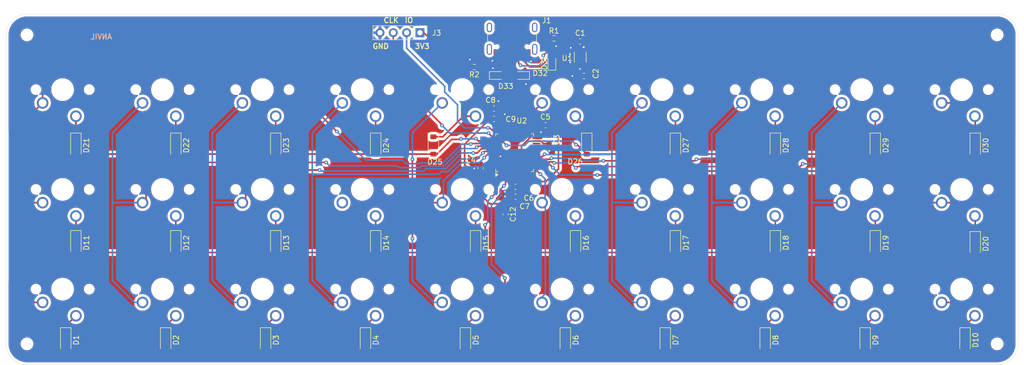
<source format=kicad_pcb>
(kicad_pcb (version 20240108) (generator "pcbnew") (generator_version "8.0")
  (title_block (title "Keyboard based on STM32L0xx") (date "2024-05-06") (rev "0.1") (company "https://github.com/Challmymind"))
  (layers (0 "F.Cu" signal) (31 "B.Cu" power) (34 "B.Paste" user) (35 "F.Paste" user) (36 "B.SilkS" user "B.Silkscreen") (37 "F.SilkS" user "F.Silkscreen") (38 "B.Mask" user) (39 "F.Mask" user) (44 "Edge.Cuts" user))
  (net 0 "")
  (net 1 "+5V")
  (net 2 "GND")
  (net 3 "+3.3V")
  (net 4 "/mcu/NRST")
  (net 5 "/matrix/ROW0")
  (net 6 "/matrix/ROW1")
  (net 7 "/matrix/ROW2")
  (net 8 "Net-(J1-CC1)")
  (net 10 "/mcu/USB_D+")
  (net 11 "/mcu/USB_D-")
  (net 13 "Net-(J1-CC2)")
  (net 14 "/mcu/SWDIO")
  (net 15 "/mcu/SWCLK")
  (net 16 "/matrix/COL0")
  (net 17 "/matrix/COL1")
  (net 18 "/matrix/COL2")
  (net 19 "/matrix/COL3")
  (net 20 "/matrix/COL4")
  (net 32 "/matrix/COL5")
  (net 33 "/matrix/COL6")
  (net 34 "/matrix/COL7")
  (net 35 "/matrix/COL8")
  (net 36 "/matrix/COL9")
  (net 51 "Net-(D1-K)")
  (net 52 "Net-(D2-K)")
  (net 53 "Net-(D3-K)")
  (net 54 "Net-(D4-K)")
  (net 55 "Net-(D5-K)")
  (net 56 "Net-(D6-K)")
  (net 57 "Net-(D7-K)")
  (net 58 "Net-(D8-K)")
  (net 59 "Net-(D9-K)")
  (net 60 "Net-(D10-K)")
  (net 61 "Net-(D11-K)")
  (net 62 "Net-(D12-K)")
  (net 63 "Net-(D13-K)")
  (net 64 "Net-(D14-K)")
  (net 65 "Net-(D15-K)")
  (net 66 "Net-(D16-K)")
  (net 67 "Net-(D17-K)")
  (net 68 "Net-(D18-K)")
  (net 69 "Net-(D19-K)")
  (net 70 "Net-(D20-K)")
  (net 71 "Net-(D21-K)")
  (net 72 "Net-(D22-K)")
  (net 73 "Net-(D23-K)")
  (net 74 "Net-(D24-K)")
  (net 75 "Net-(D25-K)")
  (net 76 "Net-(D26-K)")
  (net 77 "Net-(D27-K)")
  (net 78 "Net-(D28-K)")
  (net 79 "Net-(D29-K)")
  (net 80 "Net-(D30-K)")
  (footprint "Diode_SMD:D_SOD-123" (layer "F.Cu") (at 127.197225 106.5 -90)
    (property "Reference" "D4")
    (property "Value" "D")
  )
  (footprint "Diode_SMD:D_SOD-123" (layer "F.Cu") (at 224.41944 87.93 -90)
    (property "Reference" "D19")
    (property "Value" "D")
  )
  (footprint "Diode_SMD:D_SOD-123" (layer "F.Cu") (at 91.030555 87.93 -90)
    (property "Reference" "D12")
    (property "Value" "D")
  )
  (footprint "MountingHole:MountingHole_2.1mm" (layer "F.Cu") (at 62.65 48.22)
    (property "Reference" "H1" (hide yes))
    (property "Value" "MountingHole")
  )
  (footprint "Diode_SMD:D_SOD-123" (layer "F.Cu") (at 165.308335 106.5 -90)
    (property "Reference" "D6")
    (property "Value" "D")
  )
  (footprint "Capacitor_SMD:C_0603_1608Metric" (layer "F.Cu") (at 155.8175 77.22 180)
    (property "Reference" "C6")
    (property "Value" "100n")
  )
  (footprint "Diode_SMD:D_SOD-123" (layer "F.Cu") (at 129.141665 69.33 -90)
    (property "Reference" "D24")
    (property "Value" "D")
  )
  (footprint "Diode_SMD:D_SOD-123" (layer "F.Cu") (at 71.975 69.33 -90)
    (property "Reference" "D21")
    (property "Value" "D")
  )
  (footprint "Diode_SMD:D_SOD-123" (layer "F.Cu") (at 224.41944 69.33 -90)
    (property "Reference" "D29")
    (property "Value" "D")
  )
  (footprint "Connector_PinHeader_2.54mm:PinHeader_1x04_P2.54mm_Vertical" (layer "F.Cu") (at 137.5825 47.8 -90)
    (property "Reference" "J3")
    (property "Value" "Conn_01x04_Pin")
  )
  (footprint "Diode_SMD:D_SOD-123" (layer "F.Cu") (at 110.08611 87.93 -90)
    (property "Reference" "D13")
    (property "Value" "D")
  )
  (footprint "Capacitor_SMD:C_0603_1608Metric" (layer "F.Cu") (at 151.7 62.27)
    (property "Reference" "C8")
    (property "Value" "100n")
  )
  (footprint "Diode_SMD:D_SOD-123" (layer "F.Cu") (at 186.30833 87.93 -90)
    (property "Reference" "D17")
    (property "Value" "D")
  )
  (footprint "MountingHole:MountingHole_2.1mm" (layer "F.Cu") (at 247.65 48.22)
    (property "Reference" "H2" (hide yes))
    (property "Value" "MountingHole")
  )
  (footprint "Diode_SMD:D_SOD-123" (layer "F.Cu") (at 241.53056 106.5 -90)
    (property "Reference" "D10")
    (property "Value" "D")
  )
  (footprint "Diode_SMD:D_SOD-123" (layer "F.Cu") (at 203.419445 106.5 -90)
    (property "Reference" "D8")
    (property "Value" "D")
  )
  (footprint "Diode_SMD:D_0603_1608Metric" (layer "F.Cu") (at 157 55.97 180)
    (property "Reference" "D32")
    (property "Value" "82306050029")
  )
  (footprint "Diode_SMD:D_SOD-123" (layer "F.Cu") (at 110.08611 69.33 -90)
    (property "Reference" "D23")
    (property "Value" "D")
  )
  (footprint "Diode_SMD:D_SOD-123" (layer "F.Cu") (at 243.475 88.13 -90)
    (property "Reference" "D20")
    (property "Value" "D")
  )
  (footprint "Diode_SMD:D_SOD-123" (layer "F.Cu") (at 70.03056 106.5 -90)
    (property "Reference" "D1")
    (property "Value" "D")
  )
  (footprint "Diode_SMD:D_SOD-123" (layer "F.Cu") (at 186.30833 69.33 -90)
    (property "Reference" "D27")
    (property "Value" "D")
  )
  (footprint "Package_QFP:LQFP-48_7x7mm_P0.5mm" (layer "F.Cu") (at 155.65 70.72 90)
    (property "Reference" "U2")
    (property "Value" "STM32L053C8T6")
  )
  (footprint "Capacitor_SMD:C_0603_1608Metric" (layer "F.Cu") (at 161.55 65.47 180)
    (property "Reference" "C5")
    (property "Value" "10u")
  )
  (footprint "Capacitor_SMD:C_0603_1608Metric" (layer "F.Cu") (at 153.9025 82.48 -90)
    (property "Reference" "C12")
    (property "Value" "100n")
  )
  (footprint "Diode_SMD:D_SOD-123" (layer "F.Cu") (at 222.475 106.5 -90)
    (property "Reference" "D9")
    (property "Value" "D")
  )
  (footprint "Diode_SMD:D_SOD-123" (layer "F.Cu") (at 205.363885 69.33 -90)
    (property "Reference" "D28")
    (property "Value" "D")
  )
  (footprint "Diode_SMD:D_SOD-123" (layer "F.Cu") (at 71.975 87.93 -90)
    (property "Reference" "D11")
    (property "Value" "D")
  )
  (footprint "Diode_SMD:D_SOD-123" (layer "F.Cu") (at 243.475 69.33 -90)
    (property "Reference" "D30")
    (property "Value" "D")
  )
  (footprint "MountingHole:MountingHole_2.1mm" (layer "F.Cu") (at 62.65 107.22)
    (property "Reference" "H4" (hide yes))
    (property "Value" "MountingHole")
  )
  (footprint "Diode_SMD:D_SOD-123" (layer "F.Cu") (at 91.030555 69.33 -90)
    (property "Reference" "D22")
    (property "Value" "D")
  )
  (footprint "Diode_SMD:D_SOD-123" (layer "F.Cu") (at 184.36389 106.5 -90)
    (property "Reference" "D7")
    (property "Value" "D")
  )
  (footprint "Diode_SMD:D_SOD-123" (layer "F.Cu") (at 146.25278 106.5 -90)
    (property "Reference" "D5")
    (property "Value" "D")
  )
  (footprint "Diode_SMD:D_SOD-123" (layer "F.Cu") (at 89.086115 106.5 -90)
    (property "Reference" "D2")
    (property "Value" "D")
  )
  (footprint "Capacitor_SMD:C_0603_1608Metric" (layer "F.Cu") (at 168.85 56.07 180)
    (property "Reference" "C2")
    (property "Value" "10u")
  )
  (footprint "Diode_SMD:D_SOD-123" (layer "F.Cu") (at 108.14167 106.5 -90)
    (property "Reference" "D3")
    (property "Value" "D")
  )
  (footprint "Diode_SMD:D_0603_1608Metric" (layer "F.Cu") (at 162.75 53.47 90)
    (property "Reference" "D31")
    (property "Value" "82306050029")
  )
  (footprint "Capacitor_SMD:C_0603_1608Metric" (layer "F.Cu") (at 155.8175 79.12 180)
    (property "Reference" "C7")
    (property "Value" "1u")
  )
  (footprint "Diode_SMD:D_SOD-123" (layer "F.Cu") (at 129.141665 87.93 -90)
    (property "Reference" "D14")
    (property "Value" "D")
  )
  (footprint "Capacitor_SMD:C_0603_1608Metric" (layer "F.Cu") (at 149.15 73.67 90)
    (property "Reference" "C4")
    (property "Value" "100n")
  )
  (footprint "Diode_SMD:D_SOD-123" (layer "F.Cu") (at 167.252775 87.93 -90)
    (property "Reference" "D16")
    (property "Value" "D")
  )
  (footprint "Resistor_SMD:R_0603_1608Metric" (layer "F.Cu") (at 147.95 54.37 180)
    (property "Reference" "R2")
    (property "Value" "5.1k")
  )
  (footprint "Diode_SMD:D_SOD-123" (layer "F.Cu") (at 169.4 69.33 -90)
    (property "Reference" "D26")
    (property "Value" "D")
  )
  (footprint "Diode_SMD:D_0603_1608Metric" (layer "F.Cu") (at 152.3125 55.97)
    (property "Reference" "D33")
    (property "Value" "82306050029")
  )
  (footprint "Capacitor_SMD:C_0603_1608Metric" (layer "F.Cu") (at 168.15 49.47 180)
    (property "Reference" "C1")
    (property "Value" "10u")
  )
  (footprint "Diode_SMD:D_SOD-123" (layer "F.Cu") (at 148.19722 87.93 -90)
    (property "Reference" "D15")
    (property "Value" "D")
  )
  (footprint "MountingHole:MountingHole_2.1mm" (layer "F.Cu") (at 247.65 107.22)
    (property "Reference" "H3" (hide yes))
    (property "Value" "MountingHole")
  )
  (footprint "Capacitor_SMD:C_0603_1608Metric" (layer "F.Cu") (at 151.7 64.27)
    (property "Reference" "C9")
    (property "Value" "1u")
  )
  (footprint "Capacitor_SMD:C_0603_1608Metric" (layer "F.Cu") (at 162.2375 68.22 -90)
    (property "Reference" "C3")
    (property "Value" "100n")
  )
  (footprint "Connector_USB:USB_C_Receptacle_GCT_USB4105-xx-A_16P_TopMnt_Horizontal" (layer "F.Cu") (at 155.15 47.87 180)
    (property "Reference" "J1")
    (property "Value" "USB4105-GF-A")
  )
  (footprint "Diode_SMD:D_SOD-123" (layer "F.Cu") (at 140.15 69.33 -90)
    (property "Reference" "D25")
    (property "Value" "D")
  )
  (footprint "TPS7B8133DRVR:SON65P200X200X80-7N" (layer "F.Cu") (at 168.15 52.47 -90)
    (property "Reference" "U1")
    (property "Value" "TPS7B8133DRVR")
  )
  (footprint "Diode_SMD:D_SOD-123" (layer "F.Cu") (at 205.363885 87.93 -90)
    (property "Reference" "D18")
    (property "Value" "D")
  )
  (footprint "Resistor_SMD:R_0603_1608Metric" (layer "F.Cu") (at 163.15 48.87)
    (property "Reference" "R1")
    (property "Value" "5.1k")
  )
  (footprint "my_switch:SW_Cherry_MX_1.00u_PCB" (layer "B.Cu") (at 110.075 82.8)
    (property "Reference" "SW13" (hide yes))
    (property "Value" "SW_Push")
  )
  (footprint "my_switch:SW_Cherry_MX_1.00u_PCB" (layer "B.Cu") (at 129.125 63.75)
    (property "Reference" "SW24" (hide yes))
    (property "Value" "SW_Push")
  )
  (footprint "my_switch:SW_Cherry_MX_1.00u_PCB" (layer "B.Cu") (at 243.425 63.75)
    (property "Reference" "SW30" (hide yes))
    (property "Value" "SW_Push")
  )
  (footprint "my_switch:SW_Cherry_MX_1.00u_PCB" (layer "B.Cu") (at 148.175 63.75)
    (property "Reference" "SW25" (hide yes))
    (property "Value" "SW_Push")
  )
  (footprint "my_switch:SW_Cherry_MX_1.00u_PCB" (layer "B.Cu") (at 91.025 63.75)
    (property "Reference" "SW22" (hide yes))
    (property "Value" "SW_Push")
  )
  (footprint "my_switch:SW_Cherry_MX_1.00u_PCB" (layer "B.Cu") (at 224.375 82.8)
    (property "Reference" "SW19" (hide yes))
    (property "Value" "SW_Push")
  )
  (footprint "my_switch:SW_Cherry_MX_1.00u_PCB" (layer "B.Cu") (at 243.425 101.85)
    (property "Reference" "SW10" (hide yes))
    (property "Value" "SW_Push")
  )
  (footprint "my_switch:SW_Cherry_MX_1.00u_PCB" (layer "B.Cu") (at 148.175 101.85)
    (property "Reference" "SW5" (hide yes))
    (property "Value" "SW_Push")
  )
  (footprint "my_switch:SW_Cherry_MX_1.00u_PCB" (layer "B.Cu") (at 186.275 63.75)
    (property "Reference" "SW27" (hide yes))
    (property "Value" "SW_Push")
  )
  (footprint "my_switch:SW_Cherry_MX_1.00u_PCB" (layer "B.Cu") (at 205.325 63.75)
    (property "Reference" "SW28" (hide yes))
    (property "Value" "SW_Push")
  )
  (footprint "my_switch:SW_Cherry_MX_1.00u_PCB" (layer "B.Cu") (at 224.375 63.75)
    (property "Reference" "SW29" (hide yes))
    (property "Value" "SW_Push")
  )
  (footprint "my_switch:SW_Cherry_MX_1.00u_PCB" (layer "B.Cu") (at 205.325 101.85)
    (property "Reference" "SW8" (hide yes))
    (property "Value" "SW_Push")
  )
  (footprint "my_switch:SW_Cherry_MX_1.00u_PCB" (layer "B.Cu") (at 243.425 82.8)
    (property "Reference" "SW20" (hide yes))
    (property "Value" "SW_Push")
  )
  (footprint "my_switch:SW_Cherry_MX_1.00u_PCB" (layer "B.Cu") (at 129.125 82.8)
    (property "Reference" "SW14" (hide yes))
    (property "Value" "SW_Push")
  )
  (footprint "my_switch:SW_Cherry_MX_1.00u_PCB" (layer "B.Cu") (at 110.075 101.85)
    (property "Reference" "SW3" (hide yes))
    (property "Value" "SW_Push")
  )
  (footprint "my_switch:SW_Cherry_MX_1.00u_PCB" (layer "B.Cu") (at 148.175 82.8)
    (property "Reference" "SW15" (hide yes))
    (property "Value" "SW_Push")
  )
  (footprint "my_switch:SW_Cherry_MX_1.00u_PCB" (layer "B.Cu") (at 224.375 101.85)
    (property "Reference" "SW9" (hide yes))
    (property "Value" "SW_Push")
  )
  (footprint "my_switch:SW_Cherry_MX_1.00u_PCB" (layer "B.Cu") (at 71.975 82.8)
    (property "Reference" "SW11" (hide yes))
    (property "Value" "SW_Push")
  )
  (footprint "my_switch:SW_Cherry_MX_1.00u_PCB" (layer "B.Cu") (at 186.275 82.8)
    (property "Reference" "SW17" (hide yes))
    (property "Value" "SW_Push")
  )
  (footprint "my_switch:SW_Cherry_MX_1.00u_PCB" (layer "B.Cu") (at 129.125 101.85)
    (property "Reference" "SW4" (hide yes))
    (property "Value" "SW_Push")
  )
  (footprint "my_switch:SW_Cherry_MX_1.00u_PCB" (layer "B.Cu") (at 91.025 101.85)
    (property "Reference" "SW2" (hide yes))
    (property "Value" "SW_Push")
  )
  (footprint "my_switch:SW_Cherry_MX_1.00u_PCB" (layer "B.Cu") (at 167.225 63.75)
    (property "Reference" "SW26" (hide yes))
    (property "Value" "SW_Push")
  )
  (footprint "my_switch:SW_Cherry_MX_1.00u_PCB" (layer "B.Cu") (at 71.975 101.85)
    (property "Reference" "SW1" (hide yes))
    (property "Value" "SW_Push")
  )
  (footprint "my_switch:SW_Cherry_MX_1.00u_PCB" (layer "B.Cu") (at 110.075 63.75)
    (property "Reference" "SW23" (hide yes))
    (property "Value" "SW_Push")
  )
  (footprint "my_switch:SW_Cherry_MX_1.00u_PCB" (layer "B.Cu") (at 167.225 101.85)
    (property "Reference" "SW6" (hide yes))
    (property "Value" "SW_Push")
  )
  (footprint "my_switch:SW_Cherry_MX_1.00u_PCB" (layer "B.Cu") (at 71.975 63.75)
    (property "Reference" "SW21" (hide yes))
    (property "Value" "SW_Push")
  )
  (footprint "my_switch:SW_Cherry_MX_1.00u_PCB" (layer "B.Cu") (at 167.225 82.8)
    (property "Reference" "SW16" (hide yes))
    (property "Value" "SW_Push")
  )
  (footprint "my_switch:SW_Cherry_MX_1.00u_PCB" (layer "B.Cu") (at 186.275 101.85)
    (property "Reference" "SW7" (hide yes))
    (property "Value" "SW_Push")
  )
  (footprint "my_switch:SW_Cherry_MX_1.00u_PCB" (layer "B.Cu") (at 91.025 82.8)
    (property "Reference" "SW12" (hide yes))
    (property "Value" "SW_Push")
  )
  (footprint "my_switch:SW_Cherry_MX_1.00u_PCB" (layer "B.Cu") (at 205.325 82.8)
    (property "Reference" "SW18" (hide yes))
    (property "Value" "SW_Push")
  )
  (gr_line (start 251.65 48.22) (end 251.65 107.22) (stroke (width 0.05)) (layer "Edge.Cuts"))
  (gr_arc (start 58.65 48.22) (mid 59.821573 45.391573) (end 62.65 44.22) (stroke (width 0.05)) (layer "Edge.Cuts"))
  (gr_line (start 58.65 107.22) (end 58.65 48.22) (stroke (width 0.05)) (layer "Edge.Cuts"))
  (gr_line (start 247.65 111.22) (end 62.65 111.22) (stroke (width 0.05)) (layer "Edge.Cuts"))
  (gr_arc (start 251.65 107.22) (mid 250.478427 110.048427) (end 247.65 111.22) (stroke (width 0.05)) (layer "Edge.Cuts"))
  (gr_line (start 62.65 44.22) (end 247.65 44.22) (stroke (width 0.05)) (layer "Edge.Cuts"))
  (gr_arc (start 247.65 44.22) (mid 250.478427 45.391573) (end 251.65 48.22) (stroke (width 0.05)) (layer "Edge.Cuts"))
  (gr_arc (start 62.65 111.22) (mid 59.821573 110.048427) (end 58.65 107.22) (stroke (width 0.05)) (layer "Edge.Cuts"))
  (gr_text "ANVIL" (at 78.96 49.145 0) (layer "B.SilkS") (effects (font (size 1 1) (thickness 0.2) (bold yes)) (justify left bottom mirror)))
  (gr_text "IO" (at 134.6 46.02 0) (layer "F.SilkS") (effects (font (size 1 1) (thickness 0.2) (bold yes)) (justify left bottom)))
  (gr_text "3V3" (at 136.5 50.97 0) (layer "F.SilkS") (effects (font (size 1 1) (thickness 0.2) (bold yes)) (justify left bottom)))
  (gr_text "CLK" (at 130.55 46.02 0) (layer "F.SilkS") (effects (font (size 1 1) (thickness 0.2) (bold yes)) (justify left bottom)))
  (gr_text "GND" (at 128.45 50.97 0) (layer "F.SilkS") (effects (font (size 1 1) (thickness 0.2) (bold yes)) (justify left bottom)))
  (segment (start 158.5 54.32) (end 160.55 54.32) (width 0.3) (layer "F.Cu") (net 1))
  (segment (start 152.75 51.02188) (end 154.20188 49.57) (width 0.3) (layer "F.Cu") (net 1))
  (segment (start 157.55 53.37) (end 158.5 54.32) (width 0.3) (layer "F.Cu") (net 1))
  (segment (start 162.75 52.6825) (end 163.2875 52.6825) (width 0.3) (layer "F.Cu") (net 1))
  (segment (start 163.2875 52.6825) (end 165.7 50.27) (width 0.3) (layer "F.Cu") (net 1))
  (segment (start 168.7 47.67) (end 168.925 47.895) (width 0.3) (layer "F.Cu") (net 1))
  (segment (start 162.1875 52.6825) (end 162.75 52.6825) (width 0.3) (layer "F.Cu") (net 1))
  (segment (start 168.925 51.325) (end 168.8 51.45) (width 0.3) (layer "F.Cu") (net 1))
  (segment (start 156.09812 49.57) (end 157.55 51.02188) (width 0.3) (layer "F.Cu") (net 1))
  (segment (start 160.55 54.32) (end 162.1875 52.6825) (width 0.3) (layer "F.Cu") (net 1))
  (segment (start 165.7 48.67) (end 166.7 47.67) (width 0.3) (layer "F.Cu") (net 1))
  (segment (start 165.7 50.27) (end 165.7 48.67) (width 0.3) (layer "F.Cu") (net 1))
  (segment (start 152.75 51.55) (end 152.75 51.02188) (width 0.3) (layer "F.Cu") (net 1))
  (segment (start 168.925 47.895) (end 168.925 49.47) (width 0.3) (layer "F.Cu") (net 1))
  (segment (start 168.15 51.45) (end 168.8 51.45) (width 0.3) (layer "F.Cu") (net 1))
  (segment (start 166.7 47.67) (end 168.7 47.67) (width 0.3) (layer "F.Cu") (net 1))
  (segment (start 154.20188 49.57) (end 156.09812 49.57) (width 0.3) (layer "F.Cu") (net 1))
  (segment (start 168.925 49.47) (end 168.925 51.325) (width 0.3) (layer "F.Cu") (net 1))
  (segment (start 157.55 51.55) (end 157.55 53.37) (width 0.3) (layer "F.Cu") (net 1))
  (segment (start 157.55 51.02188) (end 157.55 51.55) (width 0.3) (layer "F.Cu") (net 1))
  (segment (start 162.2375 68.995) (end 162.2375 70.3575) (width 0.3) (layer "F.Cu") (net 2))
  (segment (start 166.62 51.45) (end 166.2 51.87) (width 0.3) (layer "F.Cu") (net 2))
  (segment (start 160.9 68.71688) (end 160.65312 68.47) (width 0.3) (layer "F.Cu") (net 2))
  (segment (start 152.85 64.27) (end 153.75 63.37) (width 0.3) (layer "F.Cu") (net 2))
  (segment (start 161.125 68.995) (end 160.9 68.77) (width 0.3) (layer "F.Cu") (net 2))
  (segment (start 155.0425 79.12) (end 153.85 79.12) (width 0.3) (layer "F.Cu") (net 2))
  (segment (start 158.35 52.87) (end 158.75 53.27) (width 0.3) (layer "F.Cu") (net 2))
  (segment (start 149.15 72.895) (end 149.225 72.97) (width 0.3) (layer "F.Cu") (net 2))
  (segment (start 147.125 52.945) (end 147.1 52.92) (width 0.3) (layer "F.Cu") (net 2))
  (segment (start 167.375 49.47) (end 167.375 49.645) (width 0.3) (layer "F.Cu") (net 2))
  (segment (start 167.375 49.645) (end 166.35 50.67) (width 0.3) (layer "F.Cu") (net 2))
  (segment (start 151.95 51.55) (end 151.95 52.62) (width 0.3) (layer "F.Cu") (net 2))
  (segment (start 153.4 65.195) (end 152.475 64.27) (width 0.3) (layer "F.Cu") (net 2))
  (segment (start 166.27 53.49) (end 166.25 53.47) (width 0.3) (layer "F.Cu") (net 2))
  (segment (start 160.775 66.695) (end 160.65 66.82) (width 0.3) (layer "F.Cu") (net 2))
  (segment (start 153.85 79.12) (end 153.8 79.07) (width 0.3) (layer "F.Cu") (net 2))
  (segment (start 148.775 72.895) (end 147.95 73.72) (width 0.3) (layer "F.Cu") (net 2))
  (segment (start 157.7875 55.97) (end 157.7875 57.6075) (width 0.3) (layer "F.Cu") (net 2))
  (segment (start 160.775 65.47) (end 160.775 66.695) (width 0.3) (layer "F.Cu") (net 2))
  (segment (start 147.125 54.37) (end 147.125 52.945) (width 0.3) (layer "F.Cu") (net 2))
  (segment (start 149.15 72.895) (end 148.775 72.895) (width 0.3) (layer "F.Cu") (net 2))
  (segment (start 152.475 60.945) (end 152.55 60.87) (width 0.3) (layer "F.Cu") (net 2))
  (segment (start 167.5 51.45) (end 166.62 51.45) (width 0.3) (layer "F.Cu") (net 2))
  (segment (start 149.225 72.97) (end 151.4875 72.97) (width 0.3) (layer "F.Cu") (net 2))
  (segment (start 151.95 52.62) (end 151.4 53.17) (width 0.3) (layer "F.Cu") (net 2))
  (segment (start 154.75 77.22) (end 153.8 78.17) (width 0.3) (layer "F.Cu") (net 2))
  (segment (start 155.0425 79.12) (end 155.0425 77.22) (width 0.3) (layer "F.Cu") (net 2))
  (segment (start 167.5 53.49) (end 166.27 53.49) (width 0.3) (layer "F.Cu") (net 2))
  (segment (start 152.475 62.27) (end 152.475 60.945) (width 0.3) (layer "F.Cu") (net 2))
  (segment (start 153.4 66.5575) (end 153.4 65.195) (width 0.3) (layer "F.Cu") (net 2))
  (segment (start 155.0425 77.22) (end 156.4 75.8625) (width 0.3) (layer "F.Cu") (net 2))
  (segment (start 151.4875 71.47) (end 152.9 71.47) (width 0.3) (layer "F.Cu") (net 2))
  (segment (start 168.15 54.67) (end 168.1 54.72) (width 0.3) (layer "F.Cu") (net 2))
  (segment (start 163.975 48.87) (end 163.975 49.945) (width 0.3) (layer "F.Cu") (net 2))
  (segment (start 162.2375 70.3575) (end 162.25 70.37) (width 0.3) (layer "F.Cu") (net 2))
  (segment (start 155.0425 77.22) (end 154.75 77.22) (width 0.3) (layer "F.Cu") (net 2))
  (segment (start 168.075 56.07) (end 166.65 56.07) (width 0.3) (layer "F.Cu") (net 2))
  (segment (start 151.525 54.595) (end 151.5 54.57) (width 0.3) (layer "F.Cu") (net 2))
  (segment (start 156.4 75.8625) (end 156.4 74.8825) (width 0.3) (layer "F.Cu") (net 2))
  (segment (start 152.9 71.47) (end 152.95 71.42) (width 0.3) (layer "F.Cu") (net 2))
  (segment (start 162.2375 68.995) (end 161.125 68.995) (width 0.3) (layer "F.Cu") (net 2))
  (segment (start 163.975 49.945) (end 163.55 50.37) (width 0.3) (layer "F.Cu") (net 2))
  (segment (start 168.15 53.49) (end 168.15 54.67) (width 0.3) (layer "F.Cu") (net 2))
  (segment (start 157.7875 57.6075) (end 157.8 57.62) (width 0.3) (layer "F.Cu") (net 2))
  (segment (start 151.525 55.97) (end 151.525 54.595) (width 0.3) (layer "F.Cu") (net 2))
  (segment (start 152.475 64.27) (end 152.85 64.27) (width 0.3) (layer "F.Cu") (net 2))
  (segment (start 158.35 51.55) (end 158.35 52.87) (width 0.3) (layer "F.Cu") (net 2))
  (segment (start 160.9 68.77) (end 160.9 68.71688) (width 0.3) (layer "F.Cu") (net 2))
  (segment (start 160.65312 68.47) (end 159.8125 68.47) (width 0.3) (layer "F.Cu") (net 2))
  (via (at 160.65 66.82) (size 0.7) (drill 0.3) (layers "F.Cu" "B.Cu") (net 2))
  (via (at 153.75 63.37) (size 0.7) (drill 0.3) (layers "F.Cu" "B.Cu") (net 2))
  (via (at 163.55 50.37) (size 0.7) (drill 0.3) (layers "F.Cu" "B.Cu") (net 2))
  (via (at 157.8 57.62) (size 0.7) (drill 0.3) (layers "F.Cu" "B.Cu") (net 2))
  (via (at 162.25 70.37) (size 0.7) (drill 0.3) (layers "F.Cu" "B.Cu") (net 2))
  (via (at 147.1 52.92) (size 0.7) (drill 0.3) (layers "F.Cu" "B.Cu") (net 2))
  (via (at 152.95 71.42) (size 0.7) (drill 0.3) (layers "F.Cu" "B.Cu") (net 2))
  (via (at 168.1 54.72) (size 0.7) (drill 0.3) (layers "F.Cu" "B.Cu") (net 2))
  (via (at 158.75 53.27) (size 0.7) (drill 0.3) (layers "F.Cu" "B.Cu") (net 2))
  (via (at 153.8 79.07) (size 0.7) (drill 0.3) (layers "F.Cu" "B.Cu") (net 2))
  (via (at 166.2 51.87) (size 0.7) (drill 0.3) (layers "F.Cu" "B.Cu") (net 2))
  (via (at 147.95 73.72) (size 0.7) (drill 0.3) (layers "F.Cu" "B.Cu") (net 2))
  (via (at 166.25 53.47) (size 0.7) (drill 0.3) (layers "F.Cu" "B.Cu") (net 2))
  (via (at 166.65 56.07) (size 0.7) (drill 0.3) (layers "F.Cu" "B.Cu") (net 2))
  (via (at 152.55 60.87) (size 0.7) (drill 0.3) (layers "F.Cu" "B.Cu") (net 2))
  (via (at 166.35 50.67) (size 0.7) (drill 0.3) (layers "F.Cu" "B.Cu") (net 2))
  (via (at 151.5 54.57) (size 0.7) (drill 0.3) (layers "F.Cu" "B.Cu") (net 2))
  (via (at 153.8 78.17) (size 0.7) (drill 0.3) (layers "F.Cu" "B.Cu") (net 2))
  (via (at 151.4 53.17) (size 0.7) (drill 0.3) (layers "F.Cu" "B.Cu") (net 2))
  (segment (start 150.925 62.27) (end 150.925 64.27) (width 0.3) (layer "F.Cu") (net 3))
  (segment (start 149.15 74.445) (end 149.15 75.27) (width 0.3) (layer "F.Cu") (net 3))
  (segment (start 167.65 58.17) (end 167.65 60.22) (width 0.3) (layer "F.Cu") (net 3))
  (segment (start 159.8125 67.97) (end 160.7 67.97) (width 0.3) (layer "F.Cu") (net 3))
  (segment (start 150.3625 64.8325) (end 150.3625 60.4325) (width 0.3) (layer "F.Cu") (net 3))
  (segment (start 150.3625 64.8325) (end 150.925 64.27) (width 0.3) (layer "F.Cu") (net 3))
  (segment (start 146.1 73.02) (end 146.1 69.095) (width 0.3) (layer "F.Cu") (net 3))
  (segment (start 167.65 60.22) (end 162.4 65.47) (width 0.3) (layer "F.Cu") (net 3))
  (segment (start 164 67.47) (end 163.8 67.47) (width 0.3) (layer "F.Cu") (net 3))
  (segment (start 156.5925 77.22) (end 156.9 76.9125) (width 0.3) (layer "F.Cu") (net 3))
  (segment (start 156.65312 73.795) (end 156.9 74.04188) (width 0.3) (layer "F.Cu") (net 3))
  (segment (start 162.4 65.47) (end 162.325 65.47) (width 0.3) (layer "F.Cu") (net 3))
  (segment (start 163.775 67.445) (end 162.2375 67.445) (width 0.3) (layer "F.Cu") (net 3))
  (segment (start 156.9 74.04188) (end 156.9 74.8825) (width 0.3) (layer "F.Cu") (net 3))
  (segment (start 160.7 67.97) (end 161.225 67.445) (width 0.3) (layer "F.Cu") (net 3))
  (segment (start 157.05 80.47) (end 150.9 80.47) (width 0.3) (layer "F.Cu") (net 3))
  (segment (start 169.625 56.07) (end 169.625 54.315) (width 0.3) (layer "F.Cu") (net 3))
  (segment (start 159.05 76.22) (end 157.95 77.32) (width 0.3) (layer "F.Cu") (net 3))
  (segment (start 164 67.47) (end 164 73.82) (width 0.3) (layer "F.Cu") (net 3))
  (segment (start 152.9 66.5575) (end 150.925 64.5825) (width 0.3) (layer "F.Cu") (net 3))
  (segment (start 161.225 67.445) (end 162.2375 67.445) (width 0.3) (layer "F.Cu") (net 3))
  (segment (start 169.625 54.315) (end 168.8 53.49) (width 0.3) (layer "F.Cu") (net 3))
  (segment (start 148.45 56.27) (end 146.8 56.27) (width 0.3) (layer "F.Cu") (net 3))
  (segment (start 157.95 79.57) (end 157.05 80.47) (width 0.3) (layer "F.Cu") (net 3))
  (segment (start 149.15 74.445) (end 150.5125 74.445) (width 0.3) (layer "F.Cu") (net 3))
  (segment (start 163.8 67.47) (end 163.775 67.445) (width 0.3) (layer "F.Cu") (net 3))
  (segment (start 148.85 56.67) (end 148.45 56.27) (width 0.3) (layer "F.Cu") (net 3))
  (segment (start 153.14688 73.795) (end 156.65312 73.795) (width 0.3) (layer "F.Cu") (net 3))
  (segment (start 138.33 47.8) (end 137.5825 47.8) (width 0.3) (layer "F.Cu") (net 3))
  (segment (start 152.9 74.04188) (end 153.14688 73.795) (width 0.3) (layer "F.Cu") (net 3))
  (segment (start 156.5925 77.22) (end 156.5925 79.12) (width 0.3) (layer "F.Cu") (net 3))
  (segment (start 156.5925 80.0125) (end 157.05 80.47) (width 0.3) (layer "F.Cu") (net 3))
  (segment (start 150.9 80.47) (end 148.75 78.32) (width 0.3) (layer "F.Cu") (net 3))
  (segment (start 157.95 77.32) (end 157.95 79.57) (width 0.3) (layer "F.Cu") (net 3))
  (segment (start 150.3625 60.4325) (end 148.85 58.92) (width 0.3) (layer "F.Cu") (net 3))
  (segment (start 149.15 75.27) (end 148.75 75.67) (width 0.3) (layer "F.Cu") (net 3))
  (segment (start 162.325 65.47) (end 164 67.145) (width 0.3) (layer "F.Cu") (net 3))
  (segment (start 169.625 56.07) (end 169.625 56.195) (width 0.3) (layer "F.Cu") (net 3))
  (segment (start 150.925 64.5825) (end 150.925 64.27) (width 0.3) (layer "F.Cu") (net 3))
  (segment (start 169.625 56.195) (end 167.65 58.17) (width 0.3) (layer "F.Cu") (net 3))
  (segment (start 146.8 56.27) (end 138.33 47.8) (width 0.3) (layer "F.Cu") (net 3))
  (segment (start 146.1 69.095) (end 150.3625 64.8325) (width 0.3) (layer "F.Cu") (net 3))
  (segment (start 156.5925 79.12) (end 156.5925 80.0125) (width 0.3) (layer "F.Cu") (net 3))
  (segment (start 161.6 76.22) (end 159.05 76.22) (width 0.3) (layer "F.Cu") (net 3))
  (segment (start 156.9 76.9125) (end 156.9 74.8825) (width 0.3) (layer "F.Cu") (net 3))
  (segment (start 164 67.145) (end 164 67.47) (width 0.3) (layer "F.Cu") (net 3))
  (segment (start 148.75 78.32) (end 148.75 75.67) (width 0.3) (layer "F.Cu") (net 3))
  (segment (start 148.75 75.67) (end 146.1 73.02) (width 0.3) (layer "F.Cu") (net 3))
  (segment (start 148.85 58.92) (end 148.85 56.67) (width 0.3) (layer "F.Cu") (net 3))
  (segment (start 150.5125 74.445) (end 151.4875 73.47) (width 0.3) (layer "F.Cu") (net 3))
  (segment (start 164 73.82) (end 161.6 76.22) (width 0.3) (layer "F.Cu") (net 3))
  (segment (start 152.9 74.8825) (end 152.9 74.04188) (width 0.3) (layer "F.Cu") (net 3))
  (segment (start 153.9 74.8825) (end 153.9 75.718096) (width 0.3) (layer "F.Cu") (net 5))
  (segment (start 153.8 108.15) (end 241.53056 108.15) (width 0.3) (layer "F.Cu") (net 5))
  (segment (start 153.9 74.8825) (end 153.9 76.72) (width 0.3) (layer "F.Cu") (net 5))
  (segment (start 153.9 76.72) (end 153.6 77.02) (width 0.3) (layer "F.Cu") (net 5))
  (segment (start 70.03056 108.15) (end 153.8 108.15) (width 0.3) (layer "F.Cu") (net 5))
  (segment (start 153.8 94.67) (end 153.8 108.15) (width 0.3) (layer "F.Cu") (net 5))
  (via (at 153.6 77.02) (size 0.7) (drill 0.3) (layers "F.Cu" "B.Cu") (net 5))
  (via (at 153.8 94.67) (size 0.7) (drill 0.3) (layers "F.Cu" "B.Cu") (net 5))
  (segment (start 151.2 92.02) (end 153.8 94.62) (width 0.3) (layer "B.Cu") (net 5))
  (segment (start 153.6 77.02) (end 153.1 77.52) (width 0.3) (layer "B.Cu") (net 5))
  (segment (start 151.2 80.77) (end 151.2 81.87) (width 0.3) (layer "B.Cu") (net 5))
  (segment (start 153.8 94.62) (end 153.8 94.67) (width 0.3) (layer "B.Cu") (net 5))
  (segment (start 151.2 81.87) (end 151.2 92.02) (width 0.3) (layer "B.Cu") (net 5))
  (segment (start 153.1 78.87) (end 152.7 79.27) (width 0.3) (layer "B.Cu") (net 5))
  (segment (start 153.1 77.52) (end 153.1 78.87) (width 0.3) (layer "B.Cu") (net 5))
  (segment (start 152.7 79.27) (end 151.2 80.77) (width 0.3) (layer "B.Cu") (net 5))
  (segment (start 153.4 75.72312) (end 152.1 77.02312) (width 0.3) (layer "F.Cu") (net 6))
  (segment (start 150.05 89.78) (end 72.175 89.78) (width 0.3) (layer "F.Cu") (net 6))
  (segment (start 150 84.52) (end 150 84.97) (width 0.3) (layer "F.Cu") (net 6))
  (segment (start 150 84.97) (end 150.05 85.02) (width 0.3) (layer "F.Cu") (net 6))
  (segment (start 152.1 77.02312) (end 152.1 78.37) (width 0.3) (layer "F.Cu") (net 6))
  (segment (start 243.475 89.78) (end 150.05 89.78) (width 0.3) (layer "F.Cu") (net 6))
  (segment (start 152.1 78.37) (end 151.25 79.22) (width 0.3) (layer "F.Cu") (net 6))
  (segment (start 150.05 85.02) (end 150.05 89.78) (width 0.3) (layer "F.Cu") (net 6))
  (segment (start 72.175 89.78) (end 71.975 89.58) (width 0.3) (layer "F.Cu") (net 6))
  (segment (start 153.4 74.8825) (end 153.4 75.72312) (width 0.3) (layer "F.Cu") (net 6))
  (via (at 151.25 79.22) (size 0.7) (drill 0.3) (layers "F.Cu" "B.Cu") (net 6))
  (via (at 150 84.52) (size 0.7) (drill 0.3) (layers "F.Cu" "B.Cu") (net 6))
  (segment (start 151.25 79.22) (end 150.5 79.97) (width 0.3) (layer "B.Cu") (net 6))
  (segment (start 150.5 84.02) (end 150 84.52) (width 0.3) (layer "B.Cu") (net 6))
  (segment (start 150.5 79.97) (end 150.5 81.92) (width 0.3) (layer "B.Cu") (net 6))
  (segment (start 150.5 81.92) (end 150.5 84.02) (width 0.3) (layer "B.Cu") (net 6))
  (segment (start 140.84 70.98) (end 143.65 68.17) (width 0.3) (layer "F.Cu") (net 7))
  (segment (start 167.59 69.17) (end 169.4 70.98) (width 0.3) (layer "F.Cu") (net 7))
  (segment (start 153.25 68.47) (end 154.1 69.32) (width 0.3) (layer "F.Cu") (net 7))
  (segment (start 151.4875 68.47) (end 153.25 68.47) (width 0.3) (layer "F.Cu") (net 7))
  (segment (start 143.65 68.17) (end 145.3 68.17) (width 0.3) (layer "F.Cu") (net 7))
  (segment (start 145.3 68.17) (end 145.4 68.07) (width 0.3) (layer "F.Cu") (net 7))
  (segment (start 148.25 68.02) (end 148.7 68.47) (width 0.3) (layer "F.Cu") (net 7))
  (segment (start 148.7 68.47) (end 151.4875 68.47) (width 0.3) (layer "F.Cu") (net 7))
  (segment (start 169.4 70.98) (end 243.475 70.98) (width 0.3) (layer "F.Cu") (net 7))
  (segment (start 71.975 70.98) (end 140.15 70.98) (width 0.3) (layer "F.Cu") (net 7))
  (segment (start 167.35 69.17) (end 167.59 69.17) (width 0.3) (layer "F.Cu") (net 7))
  (segment (start 140.15 70.98) (end 140.84 70.98) (width 0.3) (layer "F.Cu") (net 7))
  (via (at 167.35 69.17) (size 0.7) (drill 0.3) (layers "F.Cu" "B.Cu") (net 7))
  (via (at 145.4 68.07) (size 0.7) (drill 0.3) (layers "F.Cu" "B.Cu") (net 7))
  (via (at 148.25 68.02) (size 0.7) (drill 0.3) (layers "F.Cu" "B.Cu") (net 7))
  (via (at 154.1 69.32) (size 0.7) (drill 0.3) (layers "F.Cu" "B.Cu") (net 7))
  (segment (start 154.1 69.32) (end 157.55 69.32) (width 0.3) (layer "B.Cu") (net 7))
  (segment (start 157.55 69.32) (end 158.35 68.52) (width 0.3) (layer "B.Cu") (net 7))
  (segment (start 158.35 68.52) (end 166.7 68.52) (width 0.3) (layer "B.Cu") (net 7))
  (segment (start 166.7 68.52) (end 167.35 69.17) (width 0.3) (layer "B.Cu") (net 7))
  (segment (start 145.4 68.07) (end 148.2 68.07) (width 0.3) (layer "B.Cu") (net 7))
  (segment (start 148.2 68.07) (end 148.25 68.02) (width 0.3) (layer "B.Cu") (net 7))
  (segment (start 156.4 53.67) (end 156.75 54.02) (width 0.3) (layer "F.Cu") (net 8))
  (segment (start 162.325 50.945) (end 162.325 48.87) (width 0.3) (layer "F.Cu") (net 8))
  (segment (start 161.1 52.17) (end 162.325 50.945) (width 0.3) (layer "F.Cu") (net 8))
  (segment (start 156.4 51.55) (end 156.4 53.67) (width 0.3) (layer "F.Cu") (net 8))
  (via (at 161.1 52.17) (size 0.7) (drill 0.3) (layers "F.Cu" "B.Cu") (net 8))
  (via (at 156.75 54.02) (size 0.7) (drill 0.3) (layers "F.Cu" "B.Cu") (net 8))
  (segment (start 161.1 53.27) (end 161.1 52.17) (width 0.3) (layer "B.Cu") (net 8))
  (segment (start 156.75 54.02) (end 156.85 54.12) (width 0.3) (layer "B.Cu") (net 8))
  (segment (start 156.85 54.12) (end 160.25 54.12) (width 0.3) (layer "B.Cu") (net 8))
  (segment (start 160.25 54.12) (end 161.1 53.27) (width 0.3) (layer "B.Cu") (net 8))
  (segment (start 154.4 65.451249) (end 154.4 66.5575) (width 0.2) (layer "F.Cu") (net 10))
  (segment (start 155.4 50.84259) (end 155.4 51.55) (width 0.2) (layer "F.Cu") (net 10))
  (segment (start 154.4 51.55) (end 154.4 50.94259) (width 0.2) (layer "F.Cu") (net 10))
  (segment (start 154.425 52.437501) (end 154.425 55.97) (width 0.2) (layer "F.Cu") (net 10))
  (segment (start 154.4 51.55) (end 154.4 52.412501) (width 0.2) (layer "F.Cu") (net 10))
  (segment (start 154.425 65.426249) (end 154.4 65.451249) (width 0.2) (layer "F.Cu") (net 10))
  (segment (start 155.17741 50.62) (end 155.4 50.84259) (width 0.2) (layer "F.Cu") (net 10))
  (segment (start 154.425 55.97) (end 154.425 65.426249) (width 0.2) (layer "F.Cu") (net 10))
  (segment (start 154.4 50.94259) (end 154.72259 50.62) (width 0.2) (layer "F.Cu") (net 10))
  (segment (start 154.4 52.412501) (end 154.425 52.437501) (width 0.2) (layer "F.Cu") (net 10))
  (segment (start 154.425 55.97) (end 153.1 55.97) (width 0.2) (layer "F.Cu") (net 10))
  (segment (start 154.72259 50.62) (end 155.17741 50.62) (width 0.2) (layer "F.Cu") (net 10))
  (segment (start 154.9 52.15741) (end 155.16759 52.425) (width 0.2) (layer "F.Cu") (net 11))
  (segment (start 154.9 51.55) (end 154.9 52.15741) (width 0.2) (layer "F.Cu") (net 11))
  (segment (start 154.9 51.55) (end 154.9 52.412501) (width 0.2) (layer "F.Cu") (net 11))
  (segment (start 154.875 65.426249) (end 154.9 65.451249) (width 0.2) (layer "F.Cu") (net 11))
  (segment (start 154.875 55.97) (end 154.875 65.426249) (width 0.2) (layer "F.Cu") (net 11))
  (segment (start 155.16759 52.425) (end 155.63241 52.425) (width 0.2) (layer "F.Cu") (net 11))
  (segment (start 154.875 55.97) (end 156.2125 55.97) (width 0.2) (layer "F.Cu") (net 11))
  (segment (start 154.9 65.451249) (end 154.9 66.5575) (width 0.2) (layer "F.Cu") (net 11))
  (segment (start 154.9 52.412501) (end 154.875 52.437501) (width 0.2) (layer "F.Cu") (net 11))
  (segment (start 155.63241 52.425) (end 155.9 52.15741) (width 0.2) (layer "F.Cu") (net 11))
  (segment (start 155.9 52.15741) (end 155.9 51.55) (width 0.2) (layer "F.Cu") (net 11))
  (segment (start 154.875 52.437501) (end 154.875 55.97) (width 0.2) (layer "F.Cu") (net 11))
  (segment (start 148.775 54.37) (end 149.275 53.87) (width 0.3) (layer "F.Cu") (net 13))
  (segment (start 151.716262 53.87) (end 153.4 52.186262) (width 0.3) (layer "F.Cu") (net 13))
  (segment (start 149.275 53.87) (end 151.716262 53.87) (width 0.3) (layer "F.Cu") (net 13))
  (segment (start 153.4 52.186262) (end 153.4 51.55) (width 0.3) (layer "F.Cu") (net 13))
  (segment (start 152.575 67.645) (end 152.1 67.17) (width 0.3) (layer "F.Cu") (net 14))
  (segment (start 153.9 66.5575) (end 153.9 67.39812) (width 0.3) (layer "F.Cu") (net 14))
  (segment (start 152.1 67.17) (end 150.9 65.97) (width 0.3) (layer "F.Cu") (net 14))
  (segment (start 153.9 67.39812) (end 153.65312 67.645) (width 0.3) (layer "F.Cu") (net 14))
  (segment (start 150.9 65.97) (end 150.55 65.97) (width 0.3) (layer "F.Cu") (net 14))
  (segment (start 153.65312 67.645) (end 152.575 67.645) (width 0.3) (layer "F.Cu") (net 14))
  (via (at 150.55 65.97) (size 0.7) (drill 0.3) (layers "F.Cu" "B.Cu") (net 14))
  (segment (start 150.55 65.97) (end 146.05 65.97) (width 0.3) (layer "B.Cu") (net 14))
  (segment (start 142.3 59.12) (end 144.75 61.57) (width 0.3) (layer "B.Cu") (net 14))
  (segment (start 144.75 64.67) (end 144.75 61.57) (width 0.3) (layer "B.Cu") (net 14))
  (segment (start 135.0425 47.8) (end 135.0425 50.7625) (width 0.3) (layer "B.Cu") (net 14))
  (segment (start 135.0425 50.7625) (end 142.3 58.02) (width 0.3) (layer "B.Cu") (net 14))
  (segment (start 146.05 65.97) (end 145.475 65.395) (width 0.3) (layer "B.Cu") (net 14))
  (segment (start 145.475 65.395) (end 144.75 64.67) (width 0.3) (layer "B.Cu") (net 14))
  (segment (start 142.3 58.02) (end 142.3 59.12) (width 0.3) (layer "B.Cu") (net 14))
  (segment (start 132.5025 56.0725) (end 140.65 64.22) (width 0.3) (layer "F.Cu") (net 15))
  (segment (start 151.4875 67.97) (end 151.4875 67.8075) (width 0.3) (layer "F.Cu") (net 15))
  (segment (start 140.65 64.22) (end 141.8 65.37) (width 0.3) (layer "F.Cu") (net 15))
  (segment (start 151.4875 67.8075) (end 150.65 66.97) (width 0.3) (layer "F.Cu") (net 15))
  (segment (start 141.8 65.37) (end 141.8 65.52) (width 0.3) (layer "F.Cu") (net 15))
  (segment (start 132.5025 47.8) (end 132.5025 56.0725) (width 0.3) (layer "F.Cu") (net 15))
  (via (at 141.8 65.52) (size 0.7) (drill 0.3) (layers "F.Cu" "B.Cu") (net 15))
  (via (at 150.65 66.97) (size 0.7) (drill 0.3) (layers "F.Cu" "B.Cu") (net 15))
  (segment (start 141.8 65.52) (end 143.2 66.92) (width 0.3) (layer "B.Cu") (net 15))
  (segment (start 143.25 66.97) (end 143.2 66.92) (width 0.3) (layer "B.Cu") (net 15))
  (segment (start 150.65 66.97) (end 143.25 66.97) (width 0.3) (layer "B.Cu") (net 15))
  (segment (start 151.4875 68.97) (end 147.35 68.97) (width 0.3) (layer "F.Cu") (net 16))
  (segment (start 64.069366 99.31) (end 59.9 95.140634) (width 0.3) (layer "F.Cu") (net 16))
  (segment (start 65.625 80.26) (end 59.91 80.26) (width 0.3) (layer "F.Cu") (net 16))
  (segment (start 66.25 59.02) (end 65.625 59.645) (width 0.3) (layer "F.Cu") (net 16))
  (segment (start 59.91 80.26) (end 59.9 80.27) (width 0.3) (layer "F.Cu") (net 16))
  (segment (start 147.35 68.97) (end 147.25 69.07) (width 0.3) (layer "F.Cu") (net 16))
  (segment (start 117 61.92) (end 117 58.07) (width 0.3) (layer "F.Cu") (net 16))
  (segment (start 148.4 68.97) (end 147.35 68.97) (width 0.3) (layer "F.Cu") (net 16))
  (segment (start 112.55 53.62) (end 68.25 53.62) (width 0.3) (layer "F.Cu") (net 16))
  (segment (start 148.4 68.97) (end 148 68.97) (width 0.3) (layer "F.Cu") (net 16))
  (segment (start 151.4875 68.97) (end 148.4 68.97) (width 0.3) (layer "F.Cu") (net 16))
  (segment (start 68.25 53.62) (end 66.25 55.62) (width 0.3) (layer "F.Cu") (net 16))
  (segment (start 66.25 55.62) (end 66.25 59.02) (width 0.3) (layer "F.Cu") (net 16))
  (segment (start 65.625 59.645) (end 65.625 61.21) (width 0.3) (layer "F.Cu") (net 16))
  (segment (start 65.625 99.31) (end 64.069366 99.31) (width 0.3) (layer "F.Cu") (net 16))
  (segment (start 59.9 66.935) (end 65.625 61.21) (width 0.3) (layer "F.Cu") (net 16))
  (segment (start 59.9 80.27) (end 59.9 66.935) (width 0.3) (layer "F.Cu") (net 16))
  (segment (start 121.75 66.67) (end 117 61.92) (width 0.3) (layer "F.Cu") (net 16))
  (segment (start 117 58.07) (end 112.55 53.62) (width 0.3) (layer "F.Cu") (net 16))
  (segment (start 59.9 95.140634) (end 59.9 80.27) (width 0.3) (layer "F.Cu") (net 16))
  (via (at 147.25 69.07) (size 0.7) (drill 0.3) (layers "F.Cu" "B.Cu") (net 16))
  (via (at 121.75 66.67) (size 0.7) (drill 0.3) (layers "F.Cu" "B.Cu") (net 16))
  (segment (start 144.75 69.87) (end 145.55 69.07) (width 0.3) (layer "B.Cu") (net 16))
  (segment (start 121.75 66.67) (end 127.2 72.12) (width 0.3) (layer "B.Cu") (net 16))
  (segment (start 145.55 69.07) (end 147.25 69.07) (width 0.3) (layer "B.Cu") (net 16))
  (segment (start 137.45 72.67) (end 141.95 72.67) (width 0.3) (layer "B.Cu") (net 16))
  (segment (start 141.95 72.67) (end 144.75 69.87) (width 0.3) (layer "B.Cu") (net 16))
  (segment (start 137.3 72.82) (end 137.45 72.67) (width 0.3) (layer "B.Cu") (net 16))
  (segment (start 127.2 72.12) (end 134.2 72.12) (width 0.3) (layer "B.Cu") (net 16))
  (segment (start 134.9 72.82) (end 137.3 72.82) (width 0.3) (layer "B.Cu") (net 16))
  (segment (start 134.2 72.12) (end 134.9 72.82) (width 0.3) (layer "B.Cu") (net 16))
  (segment (start 85.35 73.92) (end 85.35 79.585) (width 0.3) (layer "F.Cu") (net 17))
  (segment (start 85.35 79.585) (end 84.675 80.26) (width 0.3) (layer "F.Cu") (net 17))
  (segment (start 148.6 69.47) (end 148.4 69.67) (width 0.3) (layer "F.Cu") (net 17))
  (segment (start 151.4875 69.47) (end 148.6 69.47) (width 0.3) (layer "F.Cu") (net 17))
  (segment (start 119.7 72.57) (end 86.7 72.57) (width 0.3) (layer "F.Cu") (net 17))
  (segment (start 86.7 72.57) (end 85.35 73.92) (width 0.3) (layer "F.Cu") (net 17))
  (via (at 148.4 69.67) (size 0.7) (drill 0.3) (layers "F.Cu" "B.Cu") (net 17))
  (via (at 119.7 72.57) (size 0.7) (drill 0.3) (layers "F.Cu" "B.Cu") (net 17))
  (segment (start 148.4 69.67) (end 148.15 69.92) (width 0.3) (layer "B.Cu") (net 17))
  (segment (start 84.675 80.26) (end 78.96 80.26) (width 0.3) (layer "B.Cu") (net 17))
  (segment (start 84.675 61.21) (end 78.95 66.935) (width 0.3) (layer "B.Cu") (net 17))
  (segment (start 142.2 73.22) (end 137.9 73.22) (width 0.3) (layer "B.Cu") (net 17))
  (segment (start 148.15 69.92) (end 145.5 69.92) (width 0.3) (layer "B.Cu") (net 17))
  (segment (start 78.95 95.140634) (end 78.95 80.27) (width 0.3) (layer "B.Cu") (net 17))
  (segment (start 137.9 73.22) (end 137.55 73.57) (width 0.3) (layer "B.Cu") (net 17))
  (segment (start 133.65 73.57) (end 133.3 73.22) (width 0.3) (layer "B.Cu") (net 17))
  (segment (start 137.55 73.57) (end 133.65 73.57) (width 0.3) (layer "B.Cu") (net 17))
  (segment (start 145.5 69.92) (end 142.2 73.22) (width 0.3) (layer "B.Cu") (net 17))
  (segment (start 83.119366 99.31) (end 78.95 95.140634) (width 0.3) (layer "B.Cu") (net 17))
  (segment (start 120.35 73.22) (end 119.7 72.57) (width 0.3) (layer "B.Cu") (net 17))
  (segment (start 78.95 66.935) (end 78.95 80.27) (width 0.3) (layer "B.Cu") (net 17))
  (segment (start 133.3 73.22) (end 120.35 73.22) (width 0.3) (layer "B.Cu") (net 17))
  (segment (start 78.96 80.26) (end 78.95 80.27) (width 0.3) (layer "B.Cu") (net 17))
  (segment (start 84.675 99.31) (end 83.119366 99.31) (width 0.3) (layer "B.Cu") (net 17))
  (segment (start 104.35 79.635) (end 103.725 80.26) (width 0.3) (layer "F.Cu") (net 18))
  (segment (start 148.5 70.77) (end 147.75 70.77) (width 0.3) (layer "F.Cu") (net 18))
  (segment (start 104.35 75.87) (end 104.35 79.635) (width 0.3) (layer "F.Cu") (net 18))
  (segment (start 148.9 70.37) (end 148.5 70.77) (width 0.3) (layer "F.Cu") (net 18))
  (segment (start 106.2 74.02) (end 104.35 75.87) (width 0.3) (layer "F.Cu") (net 18))
  (segment (start 149.3 69.97) (end 148.9 70.37) (width 0.3) (layer "F.Cu") (net 18))
  (segment (start 118.45 74.02) (end 106.2 74.02) (width 0.3) (layer "F.Cu") (net 18))
  (segment (start 151.4875 69.97) (end 149.3 69.97) (width 0.3) (layer "F.Cu") (net 18))
  (via (at 147.75 70.77) (size 0.7) (drill 0.3) (layers "F.Cu" "B.Cu") (net 18))
  (via (at 118.45 74.02) (size 0.7) (drill 0.3) (layers "F.Cu" "B.Cu") (net 18))
  (segment (start 147.75 70.77) (end 145.5 70.77) (width 0.3) (layer "B.Cu") (net 18))
  (segment (start 103.725 61.21) (end 98 66.935) (width 0.3) (layer "B.Cu") (net 18))
  (segment (start 118.65 74.22) (end 118.45 74.02) (width 0.3) (layer "B.Cu") (net 18))
  (segment (start 142.5 73.77) (end 142.45 73.77) (width 0.3) (layer "B.Cu") (net 18))
  (segment (start 142.45 73.77) (end 141.15 73.77) (width 0.3) (layer "B.Cu") (net 18))
  (segment (start 138.3 74.22) (end 118.65 74.22) (width 0.3) (layer "B.Cu") (net 18))
  (segment (start 103.725 99.31) (end 102.169366 99.31) (width 0.3) (layer "B.Cu") (net 18))
  (segment (start 102.169366 99.31) (end 98 95.140634) (width 0.3) (layer "B.Cu") (net 18))
  (segment (start 98 95.140634) (end 98 80.27) (width 0.3) (layer "B.Cu") (net 18))
  (segment (start 98 66.935) (end 98 80.27) (width 0.3) (layer "B.Cu") (net 18))
  (segment (start 138.75 73.77) (end 138.3 74.22) (width 0.3) (layer "B.Cu") (net 18))
  (segment (start 145.1 71.17) (end 142.5 73.77) (width 0.3) (layer "B.Cu") (net 18))
  (segment (start 141.15 73.77) (end 138.75 73.77) (width 0.3) (layer "B.Cu") (net 18))
  (segment (start 103.725 80.26) (end 98.01 80.26) (width 0.3) (layer "B.Cu") (net 18))
  (segment (start 98.01 80.26) (end 98 80.27) (width 0.3) (layer "B.Cu") (net 18))
  (segment (start 145.5 70.77) (end 145.1 71.17) (width 0.3) (layer "B.Cu") (net 18))
  (segment (start 149.9 70.47) (end 149.6 70.77) (width 0.3) (layer "F.Cu") (net 19))
  (segment (start 151.4875 70.47) (end 149.9 70.47) (width 0.3) (layer "F.Cu") (net 19))
  (via (at 149.6 70.77) (size 0.7) (drill 0.3) (layers "F.Cu" "B.Cu") (net 19))
  (segment (start 141.2 74.82) (end 117.4 74.82) (width 0.3) (layer "B.Cu") (net 19))
  (segment (start 121.219366 99.31) (end 117.05 95.140634) (width 0.3) (layer "B.Cu") (net 19))
  (segment (start 117.05 95.140634) (end 117.05 75.17) (width 0.3) (layer "B.Cu") (net 19))
  (segment (start 148.45 71.92) (end 145.35 71.92) (width 0.3) (layer "B.Cu") (net 19))
  (segment (start 149.6 70.77) (end 148.45 71.92) (width 0.3) (layer "B.Cu") (net 19))
  (segment (start 142.95 74.32) (end 141.7 74.32) (width 0.3) (layer "B.Cu") (net 19))
  (segment (start 141.7 74.32) (end 141.2 74.82) (width 0.3) (layer "B.Cu") (net 19))
  (segment (start 117.05 75.17) (end 117.05 66.935) (width 0.3) (layer "B.Cu") (net 19))
  (segment (start 117.4 74.82) (end 117.05 75.17) (width 0.3) (layer "B.Cu") (net 19))
  (segment (start 117.05 66.935) (end 122.775 61.21) (width 0.3) (layer "B.Cu") (net 19))
  (segment (start 122.775 99.31) (end 121.219366 99.31) (width 0.3) (layer "B.Cu") (net 19))
  (segment (start 145.35 71.92) (end 142.95 74.32) (width 0.3) (layer "B.Cu") (net 19))
  (segment (start 136.15 80.17) (end 136.15 87.12) (width 0.3) (layer "F.Cu") (net 20))
  (segment (start 150.55 70.97) (end 149.85 71.67) (width 0.3) (layer "F.Cu") (net 20))
  (segment (start 136.24 80.26) (end 136.15 80.17) (width 0.3) (layer "F.Cu") (net 20))
  (segment (start 141.825 80.26) (end 136.24 80.26) (width 0.3) (layer "F.Cu") (net 20))
  (segment (start 151.4875 70.97) (end 150.55 70.97) (width 0.3) (layer "F.Cu") (net 20))
  (segment (start 136.15 71.97) (end 136.15 80.17) (width 0.3) (layer "F.Cu") (net 20))
  (via (at 136.15 71.97) (size 0.7) (drill 0.3) (layers "F.Cu" "B.Cu") (net 20))
  (via (at 136.15 87.12) (size 0.7) (drill 0.3) (layers "F.Cu" "B.Cu") (net 20))
  (via (at 149.85 71.67) (size 0.7) (drill 0.3) (layers "F.Cu" "B.Cu") (net 20))
  (segment (start 142.05 76.12) (end 142.05 80.035) (width 0.3) (layer "B.Cu") (net 20))
  (segment (start 148.9 72.62) (end 145.55 72.62) (width 0.3) (layer "B.Cu") (net 20))
  (segment (start 140.269366 99.31) (end 141.825 99.31) (width 0.3) (layer "B.Cu") (net 20))
  (segment (start 141.825 61.21) (end 136.15 66.885) (width 0.3) (layer "B.Cu") (net 20))
  (segment (start 142.05 80.035) (end 141.825 80.26) (width 0.3) (layer "B.Cu") (net 20))
  (segment (start 136.15 66.885) (end 136.15 68.12) (width 0.3) (layer "B.Cu") (net 20))
  (segment (start 136.15 68.12) (end 136.15 71.97) (width 0.3) (layer "B.Cu") (net 20))
  (segment (start 136.15 87.12) (end 136.15 95.190634) (width 0.3) (layer "B.Cu") (net 20))
  (segment (start 149.85 71.67) (end 148.9 72.62) (width 0.3) (layer "B.Cu") (net 20))
  (segment (start 136.15 95.190634) (end 140.269366 99.31) (width 0.3) (layer "B.Cu") (net 20))
  (segment (start 145.55 72.62) (end 142.05 76.12) (width 0.3) (layer "B.Cu") (net 20))
  (segment (start 157.95 73.47) (end 159.8125 73.47) (width 0.3) (layer "F.Cu") (net 32))
  (segment (start 159.8125 74.0825) (end 160.55 74.82) (width 0.3) (layer "F.Cu") (net 32))
  (segment (start 158.9 67.52) (end 156.95 69.47) (width 0.3) (layer "F.Cu") (net 32))
  (segment (start 160.875 61.21) (end 158.9 63.185) (width 0.3) (layer "F.Cu") (net 32))
  (segment (start 156.95 69.47) (end 156.95 72.47) (width 0.3) (layer "F.Cu") (net 32))
  (segment (start 156.95 72.47) (end 157.95 73.47) (width 0.3) (layer "F.Cu") (net 32))
  (segment (start 158.9 63.185) (end 158.9 67.52) (width 0.3) (layer "F.Cu") (net 32))
  (segment (start 159.8125 73.47) (end 159.8125 74.0825) (width 0.3) (layer "F.Cu") (net 32))
  (via (at 160.55 74.82) (size 0.7) (drill 0.3) (layers "F.Cu" "B.Cu") (net 32))
  (segment (start 160.875 99.31) (end 160.875 98.245) (width 0.3) (layer "B.Cu") (net 32))
  (segment (start 161.5 80.885) (end 160.875 80.26) (width 0.3) (layer "B.Cu") (net 32))
  (segment (start 160.875 80.26) (end 161.45 79.685) (width 0.3) (layer "B.Cu") (net 32))
  (segment (start 161.45 75.72) (end 160.55 74.82) (width 0.3) (layer "B.Cu") (net 32))
  (segment (start 161.45 79.685) (end 161.45 75.72) (width 0.3) (layer "B.Cu") (net 32))
  (segment (start 161.5 97.62) (end 161.5 80.885) (width 0.3) (layer "B.Cu") (net 32))
  (segment (start 160.875 98.245) (end 161.5 97.62) (width 0.3) (layer "B.Cu") (net 32))
  (segment (start 160.9 71.47) (end 161.35 71.02) (width 0.3) (layer "F.Cu") (net 33))
  (segment (start 159.8125 71.47) (end 160.9 71.47) (width 0.3) (layer "F.Cu") (net 33))
  (via (at 161.35 71.02) (size 0.7) (drill 0.3) (layers "F.Cu" "B.Cu") (net 33))
  (segment (start 179.925 99.31) (end 178.369366 99.31) (width 0.3) (layer "B.Cu") (net 33))
  (segment (start 174.2 95.140634) (end 174.2 80.22) (width 0.3) (layer "B.Cu") (net 33))
  (segment (start 174.2 71.02) (end 174.2 66.935) (width 0.3) (layer "B.Cu") (net 33))
  (segment (start 161.35 71.02) (end 161.4 71.07) (width 0.3) (layer "B.Cu") (net 33))
  (segment (start 174.2 66.935) (end 179.925 61.21) (width 0.3) (layer "B.Cu") (net 33))
  (segment (start 174.2 71.12) (end 174.2 71.02) (width 0.3) (layer "B.Cu") (net 33))
  (segment (start 178.369366 99.31) (end 174.2 95.140634) (width 0.3) (layer "B.Cu") (net 33))
  (segment (start 161.4 71.07) (end 174.15 71.07) (width 0.3) (layer "B.Cu") (net 33))
  (segment (start 174.2 80.22) (end 174.2 71.12) (width 0.3) (layer "B.Cu") (net 33))
  (segment (start 174.24 80.26) (end 174.2 80.22) (width 0.3) (layer "B.Cu") (net 33))
  (segment (start 174.15 71.07) (end 174.2 71.12) (width 0.3) (layer "B.Cu") (net 33))
  (segment (start 179.925 80.26) (end 174.24 80.26) (width 0.3) (layer "B.Cu") (net 33))
  (segment (start 159.8125 71.97) (end 162.45 71.97) (width 0.3) (layer "F.Cu") (net 34))
  (segment (start 190 72.27) (end 190.3 71.97) (width 0.3) (layer "F.Cu") (net 34))
  (segment (start 172.55 72.27) (end 190 72.27) (width 0.3) (layer "F.Cu") (net 34))
  (segment (start 162.45 71.97) (end 162.65 71.77) (width 0.3) (layer "F.Cu") (net 34))
  (via (at 190.3 71.97) (size 0.7) (drill 0.3) (layers "F.Cu" "B.Cu") (net 34))
  (via (at 172.55 72.27) (size 0.7) (drill 0.3) (layers "F.Cu" "B.Cu") (net 34))
  (via (at 162.65 71.77) (size 0.7) (drill 0.3) (layers "F.Cu" "B.Cu") (net 34))
  (segment (start 193.25 80.22) (end 193.25 71.97) (width 0.3) (layer "B.Cu") (net 34))
  (segment (start 165.65 71.77) (end 167.65 71.77) (width 0.3) (layer "B.Cu") (net 34))
  (segment (start 197.419366 99.31) (end 193.25 95.140634) (width 0.3) (layer "B.Cu") (net 34))
  (segment (start 162.65 71.77) (end 165.65 71.77) (width 0.3) (layer "B.Cu") (net 34))
  (segment (start 168.2 72.32) (end 172.5 72.32) (width 0.3) (layer "B.Cu") (net 34))
  (segment (start 193.29 80.26) (end 193.25 80.22) (width 0.3) (layer "B.Cu") (net 34))
  (segment (start 193.25 71.97) (end 193.25 66.935) (width 0.3) (layer "B.Cu") (net 34))
  (segment (start 193.25 95.140634) (end 193.25 80.22) (width 0.3) (layer "B.Cu") (net 34))
  (segment (start 198.975 99.31) (end 197.419366 99.31) (width 0.3) (layer "B.Cu") (net 34))
  (segment (start 167.65 71.77) (end 168.2 72.32) (width 0.3) (layer "B.Cu") (net 34))
  (segment (start 172.5 72.32) (end 172.55 72.27) (width 0.3) (layer "B.Cu") (net 34))
  (segment (start 193.25 66.935) (end 198.975 61.21) (width 0.3) (layer "B.Cu") (net 34))
  (segment (start 198.975 80.26) (end 193.29 80.26) (width 0.3) (layer "B.Cu") (net 34))
  (segment (start 190.3 71.97) (end 193.25 71.97) (width 0.3) (layer "B.Cu") (net 34))
  (segment (start 183.45 73.37) (end 210.05 73.37) (width 0.3) (layer "F.Cu") (net 35))
  (segment (start 159.8125 72.47) (end 163 72.47) (width 0.3) (layer "F.Cu") (net 35))
  (segment (start 163 72.47) (end 163.2 72.67) (width 0.3) (layer "F.Cu") (net 35))
  (segment (start 210.05 73.37) (end 210.6 72.82) (width 0.3) (layer "F.Cu") (net 35))
  (segment (start 167.55 73.37) (end 183.45 73.37) (width 0.3) (layer "F.Cu") (net 35))
  (segment (start 167.3 73.62) (end 167.55 73.37) (width 0.3) (layer "F.Cu") (net 35))
  (via (at 167.3 73.62) (size 0.7) (drill 0.3) (layers "F.Cu" "B.Cu") (net 35))
  (via (at 210.6 72.82) (size 0.7) (drill 0.3) (layers "F.Cu" "B.Cu") (net 35))
  (via (at 163.2 72.67) (size 0.7) (drill 0.3) (layers "F.Cu" "B.Cu") (net 35))
  (segment (start 212.3 80.27) (end 212.3 95.140634) (width 0.3) (layer "B.Cu") (net 35))
  (segment (start 210.6 72.82) (end 212.3 72.82) (width 0.3) (layer "B.Cu") (net 35))
  (segment (start 216.469366 99.31) (end 218.025 99.31) (width 0.3) (layer "B.Cu") (net 35))
  (segment (start 218.025 80.26) (end 212.31 80.26) (width 0.3) (layer "B.Cu") (net 35))
  (segment (start 165.45 72.67) (end 166.35 72.67) (width 0.3) (layer "B.Cu") (net 35))
  (segment (start 166.35 72.67) (end 167.3 73.62) (width 0.3) (layer "B.Cu") (net 35))
  (segment (start 212.3 95.140634) (end 216.469366 99.31) (width 0.3) (layer "B.Cu") (net 35))
  (segment (start 218.025 61.21) (end 212.3 66.935) (width 0.3) (layer "B.Cu") (net 35))
  (segment (start 212.3 72.82) (end 212.3 80.27) (width 0.3) (layer "B.Cu") (net 35))
  (segment (start 212.31 80.26) (end 212.3 80.27) (width 0.3) (layer "B.Cu") (net 35))
  (segment (start 212.3 66.935) (end 212.3 72.82) (width 0.3) (layer "B.Cu") (net 35))
  (segment (start 163.2 72.67) (end 165.45 72.67) (width 0.3) (layer "B.Cu") (net 35))
  (segment (start 237.075 80.26) (end 250.39 80.26) (width 0.3) (layer "F.Cu") (net 36))
  (segment (start 250.4 68.12) (end 250.4 80.27) (width 0.3) (layer "F.Cu") (net 36))
  (segment (start 229.25 74.22) (end 235.29 80.26) (width 0.3) (layer "F.Cu") (net 36))
  (segment (start 179.05 74.22) (end 229.25 74.22) (width 0.3) (layer "F.Cu") (net 36))
  (segment (start 250.39 80.26) (end 250.4 80.27) (width 0.3) (layer "F.Cu") (net 36))
  (segment (start 243.49 61.21) (end 250.4 68.12) (width 0.3) (layer "F.Cu") (net 36))
  (segment (start 250.4 80.27) (end 250.4 95.07) (width 0.3) (layer "F.Cu") (net 36))
  (segment (start 237.075 61.21) (end 243.49 61.21) (width 0.3) (layer "F.Cu") (net 36))
  (segment (start 171.4 74.97) (end 178.3 74.97) (width 0.3) (layer "F.Cu") (net 36))
  (segment (start 178.3 74.97) (end 179.05 74.22) (width 0.3) (layer "F.Cu") (net 36))
  (segment (start 159.8125 72.97) (end 162.35 72.97) (width 0.3) (layer "F.Cu") (net 36))
  (segment (start 246.16 99.31) (end 250.4 95.07) (width 0.3) (layer "F.Cu") (net 36))
  (segment (start 235.29 80.26) (end 237.075 80.26) (width 0.3) (layer "F.Cu") (net 36))
  (segment (start 237.075 99.31) (end 246.16 99.31) (width 0.3) (layer "F.Cu") (net 36))
  (segment (start 162.35 72.97) (end 162.95 73.57) (width 0.3) (layer "F.Cu") (net 36))
  (via (at 162.95 73.57) (size 0.7) (drill 0.3) (layers "F.Cu" "B.Cu") (net 36))
  (via (at 171.4 74.97) (size 0.7) (drill 0.3) (layers "F.Cu" "B.Cu") (net 36))
  (segment (start 162.95 73.57) (end 164.35 74.97) (width 0.3) (layer "B.Cu") (net 36))
  (segment (start 164.35 74.97) (end 171.4 74.97) (width 0.3) (layer "B.Cu") (net 36))
  (segment (start 70.03056 104.85) (end 70.03056 103.79444) (width 0.3) (layer "F.Cu") (net 51))
  (segment (start 70.03056 103.79444) (end 71.975 101.85) (width 0.3) (layer "F.Cu") (net 51))
  (segment (start 89.086115 104.85) (end 89.086115 103.788885) (width 0.3) (layer "F.Cu") (net 52))
  (segment (start 89.086115 103.788885) (end 91.025 101.85) (width 0.3) (layer "F.Cu") (net 52))
  (segment (start 108.14167 104.85) (end 108.14167 103.78333) (width 0.3) (layer "F.Cu") (net 53))
  (segment (start 108.14167 103.78333) (end 110.075 101.85) (width 0.3) (layer "F.Cu") (net 53))
  (segment (start 127.197225 104.85) (end 127.197225 103.777775) (width 0.3) (layer "F.Cu") (net 54))
  (segment (start 127.197225 103.777775) (end 129.125 101.85) (width 0.3) (layer "F.Cu") (net 54))
  (segment (start 146.25278 103.77222) (end 148.175 101.85) (width 0.3) (layer "F.Cu") (net 55))
  (segment (start 146.25278 104.85) (end 146.25278 103.77222) (width 0.3) (layer "F.Cu") (net 55))
  (segment (start 165.308335 103.766665) (end 167.225 101.85) (width 0.3) (layer "F.Cu") (net 56))
  (segment (start 165.308335 104.85) (end 165.308335 103.766665) (width 0.3) (layer "F.Cu") (net 56))
  (segment (start 184.36389 103.76111) (end 186.275 101.85) (width 0.3) (layer "F.Cu") (net 57))
  (segment (start 184.36389 104.85) (end 184.36389 103.76111) (width 0.3) (layer "F.Cu") (net 57))
  (segment (start 203.419445 103.755555) (end 205.325 101.85) (width 0.3) (layer "F.Cu") (net 58))
  (segment (start 203.419445 104.85) (end 203.419445 103.755555) (width 0.3) (layer "F.Cu") (net 58))
  (segment (start 222.475 104.85) (end 222.475 103.75) (width 0.3) (layer "F.Cu") (net 59))
  (segment (start 222.475 103.75) (end 224.375 101.85) (width 0.3) (layer "F.Cu") (net 59))
  (segment (start 241.53056 104.85) (end 241.53056 103.74444) (width 0.3) (layer "F.Cu") (net 60))
  (segment (start 241.53056 103.74444) (end 243.425 101.85) (width 0.3) (layer "F.Cu") (net 60))
  (segment (start 71.975 86.28) (end 71.975 82.8) (width 0.3) (layer "F.Cu") (net 61))
  (segment (start 91.030555 82.805555) (end 91.025 82.8) (width 0.3) (layer "F.Cu") (net 62))
  (segment (start 91.030555 86.28) (end 91.030555 82.805555) (width 0.3) (layer "F.Cu") (net 62))
  (segment (start 110.08611 82.81111) (end 110.075 82.8) (width 0.3) (layer "F.Cu") (net 63))
  (segment (start 110.08611 86.28) (end 110.08611 82.81111) (width 0.3) (layer "F.Cu") (net 63))
  (segment (start 129.141665 82.816665) (end 129.125 82.8) (width 0.3) (layer "F.Cu") (net 64))
  (segment (start 129.141665 86.28) (end 129.141665 82.816665) (width 0.3) (layer "F.Cu") (net 64))
  (segment (start 148.19722 82.82222) (end 148.175 82.8) (width 0.3) (layer "F.Cu") (net 65))
  (segment (start 148.19722 86.28) (end 148.19722 82.82222) (width 0.3) (layer "F.Cu") (net 65))
  (segment (start 167.252775 86.28) (end 167.252775 82.827775) (width 0.3) (layer "F.Cu") (net 66))
  (segment (start 167.252775 82.827775) (end 167.225 82.8) (width 0.3) (layer "F.Cu") (net 66))
  (segment (start 186.30833 82.83333) (end 186.275 82.8) (width 0.3) (layer "F.Cu") (net 67))
  (segment (start 186.30833 86.28) (end 186.30833 82.83333) (width 0.3) (layer "F.Cu") (net 67))
  (segment (start 205.363885 82.838885) (end 205.325 82.8) (width 0.3) (layer "F.Cu") (net 68))
  (segment (start 205.363885 86.28) (end 205.363885 82.838885) (width 0.3) (layer "F.Cu") (net 68))
  (segment (start 224.41944 86.28) (end 224.41944 82.84444) (width 0.3) (layer "F.Cu") (net 69))
  (segment (start 224.41944 82.84444) (end 224.375 82.8) (width 0.3) (layer "F.Cu") (net 69))
  (segment (start 243.475 86.48) (end 243.475 82.85) (width 0.3) (layer "F.Cu") (net 70))
  (segment (start 243.475 82.85) (end 243.425 82.8) (width 0.3) (layer "F.Cu") (net 70))
  (segment (start 71.975 67.68) (end 71.975 63.75) (width 0.3) (layer "F.Cu") (net 71))
  (segment (start 91.030555 63.755555) (end 91.025 63.75) (width 0.3) (layer "F.Cu") (net 72))
  (segment (start 91.030555 67.68) (end 91.030555 63.755555) (width 0.3) (layer "F.Cu") (net 72))
  (segment (start 110.08611 67.68) (end 110.08611 63.76111) (width 0.3) (layer "F.Cu") (net 73))
  (segment (start 110.08611 63.76111) (end 110.075 63.75) (width 0.3) (layer "F.Cu") (net 73))
  (segment (start 129.141665 67.68) (end 129.141665 63.766665) (width 0.3) (layer "F.Cu") (net 74))
  (segment (start 129.141665 63.766665) (end 129.125 63.75) (width 0.3) (layer "F.Cu") (net 74))
  (segment (start 145.87 63.75) (end 148.175 63.75) (width 0.3) (layer "F.Cu") (net 75))
  (segment (start 141.94 67.68) (end 145.87 63.75) (width 0.3) (layer "F.Cu") (net 75))
  (segment (start 140.15 67.68) (end 141.94 67.68) (width 0.3) (layer "F.Cu") (net 75))
  (segment (start 169.4 65.925) (end 167.225 63.75) (width 0.3) (layer "F.Cu") (net 76))
  (segment (start 169.4 67.68) (end 169.4 65.925) (width 0.3) (layer "F.Cu") (net 76))
  (segment (start 186.30833 63.78333) (end 186.275 63.75) (width 0.3) (layer "F.Cu") (net 77))
  (segment (start 186.30833 67.68) (end 186.30833 63.78333) (width 0.3) (layer "F.Cu") (net 77))
  (segment (start 205.363885 63.788885) (end 205.325 63.75) (width 0.3) (layer "F.Cu") (net 78))
  (segment (start 205.363885 67.68) (end 205.363885 63.788885) (width 0.3) (layer "F.Cu") (net 78))
  (segment (start 224.41944 67.68) (end 224.41944 63.79444) (width 0.3) (layer "F.Cu") (net 79))
  (segment (start 224.41944 63.79444) (end 224.375 63.75) (width 0.3) (layer "F.Cu") (net 79))
  (segment (start 243.475 67.68) (end 243.475 63.8) (width 0.3) (layer "F.Cu") (net 80))
  (segment (start 243.475 63.8) (end 243.425 63.75) (width 0.3) (layer "F.Cu") (net 80))
  (zone (net 2) (net_name "GND") (layers "F&B.Cu") (connect_pads (clearance 0.5)) (min_thickness 0.25) (fill yes (thermal_gap 0.5) (thermal_bridge_width 0.5))
    (polygon (pts (xy 58.65 44.22) (xy 58.55 111.18) (xy 251.465 111.19) (xy 251.565 44.23)))
  )
)
</source>
